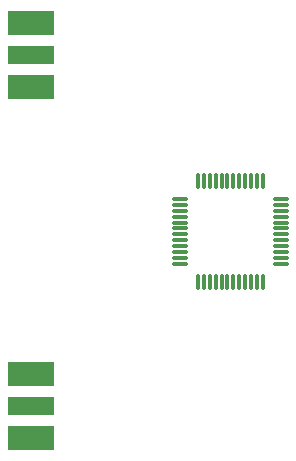
<source format=gtp>
G04*
G04 #@! TF.GenerationSoftware,Altium Limited,Altium Designer,21.9.2 (33)*
G04*
G04 Layer_Color=8421504*
%FSLAX25Y25*%
%MOIN*%
G70*
G04*
G04 #@! TF.SameCoordinates,BDAA0F83-93E9-4538-AAC0-020DCC9D6774*
G04*
G04*
G04 #@! TF.FilePolarity,Positive*
G04*
G01*
G75*
%ADD14O,0.05906X0.01063*%
%ADD15O,0.01063X0.05906*%
%ADD16R,0.15748X0.07874*%
%ADD17R,0.15748X0.05906*%
D14*
X270536Y204343D02*
D03*
X270536Y202374D02*
D03*
Y200406D02*
D03*
Y198437D02*
D03*
Y196469D02*
D03*
Y194500D02*
D03*
Y192532D02*
D03*
Y190563D02*
D03*
Y188595D02*
D03*
Y186626D02*
D03*
Y184658D02*
D03*
X270536Y182689D02*
D03*
X304000D02*
D03*
X304000Y184658D02*
D03*
Y186626D02*
D03*
Y188595D02*
D03*
Y190563D02*
D03*
Y192532D02*
D03*
Y194500D02*
D03*
Y196469D02*
D03*
Y198437D02*
D03*
Y200406D02*
D03*
Y202374D02*
D03*
X304000Y204343D02*
D03*
D15*
X276441Y176784D02*
D03*
X278410Y176784D02*
D03*
X280378D02*
D03*
X282347D02*
D03*
X284315D02*
D03*
X286284D02*
D03*
X288252D02*
D03*
X290221D02*
D03*
X292189D02*
D03*
X294158D02*
D03*
X296126D02*
D03*
X298095Y176784D02*
D03*
Y210248D02*
D03*
X296126Y210248D02*
D03*
X294158D02*
D03*
X292189D02*
D03*
X290221D02*
D03*
X288252D02*
D03*
X286284D02*
D03*
X284315D02*
D03*
X282347D02*
D03*
X280378D02*
D03*
X278410D02*
D03*
X276441Y210248D02*
D03*
D16*
X220700Y145830D02*
D03*
X220700Y124570D02*
D03*
Y263030D02*
D03*
X220700Y241770D02*
D03*
D17*
Y135200D02*
D03*
Y252400D02*
D03*
M02*

</source>
